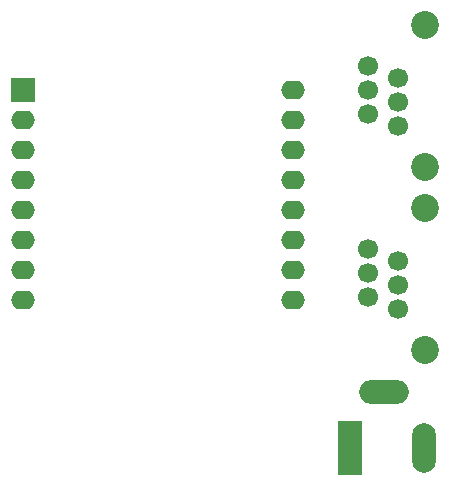
<source format=gbs>
%TF.GenerationSoftware,KiCad,Pcbnew,6.0.6-3a73a75311~116~ubuntu21.10.1*%
%TF.CreationDate,2022-12-30T19:01:55+10:00*%
%TF.ProjectId,SkyEcho2FlarmHat,536b7945-6368-46f3-9246-6c61726d4861,rev?*%
%TF.SameCoordinates,Original*%
%TF.FileFunction,Soldermask,Bot*%
%TF.FilePolarity,Negative*%
%FSLAX46Y46*%
G04 Gerber Fmt 4.6, Leading zero omitted, Abs format (unit mm)*
G04 Created by KiCad (PCBNEW 6.0.6-3a73a75311~116~ubuntu21.10.1) date 2022-12-30 19:01:55*
%MOMM*%
%LPD*%
G01*
G04 APERTURE LIST*
%ADD10R,2.000000X4.600000*%
%ADD11O,2.000000X4.200000*%
%ADD12O,4.200000X2.000000*%
%ADD13C,1.700000*%
%ADD14C,2.360000*%
%ADD15R,2.000000X2.000000*%
%ADD16O,2.000000X1.600000*%
G04 APERTURE END LIST*
D10*
%TO.C,J1*%
X103124000Y-67148000D03*
D11*
X109424000Y-67148000D03*
D12*
X106024000Y-62348000D03*
%TD*%
D13*
%TO.C,J3*%
X107202000Y-55392000D03*
X104662000Y-54372000D03*
X107202000Y-53352000D03*
X104662000Y-52332000D03*
X107202000Y-51312000D03*
X104662000Y-50292000D03*
D14*
X109492000Y-46842000D03*
X109492000Y-58842000D03*
%TD*%
%TO.C,J2*%
X109492000Y-43348000D03*
X109492000Y-31348000D03*
D13*
X104662000Y-34798000D03*
X107202000Y-35818000D03*
X104662000Y-36838000D03*
X107202000Y-37858000D03*
X104662000Y-38878000D03*
X107202000Y-39898000D03*
%TD*%
D15*
%TO.C,U3*%
X75415000Y-36830000D03*
D16*
X75415000Y-39370000D03*
X75415000Y-41910000D03*
X75415000Y-44450000D03*
X75415000Y-46990000D03*
X75415000Y-49530000D03*
X75415000Y-52070000D03*
X75415000Y-54610000D03*
X98275000Y-54610000D03*
X98275000Y-52070000D03*
X98275000Y-49530000D03*
X98275000Y-46990000D03*
X98275000Y-44450000D03*
X98275000Y-41910000D03*
X98275000Y-39370000D03*
X98275000Y-36830000D03*
%TD*%
M02*

</source>
